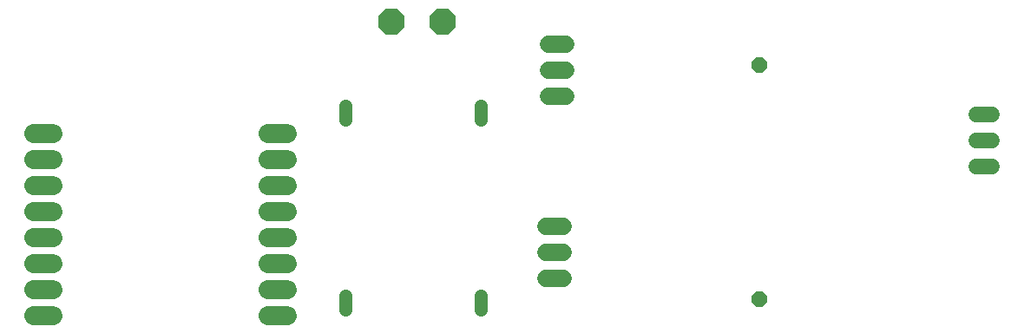
<source format=gbl>
G75*
%MOIN*%
%OFA0B0*%
%FSLAX25Y25*%
%IPPOS*%
%LPD*%
%AMOC8*
5,1,8,0,0,1.08239X$1,22.5*
%
%ADD10OC8,0.10000*%
%ADD11C,0.05150*%
%ADD12C,0.07200*%
%ADD13C,0.06600*%
%ADD14C,0.06000*%
%ADD15OC8,0.06000*%
D10*
X0433657Y0358969D03*
X0453343Y0358969D03*
D11*
X0468000Y0326575D02*
X0468000Y0321425D01*
X0416000Y0321425D02*
X0416000Y0326575D01*
X0416000Y0253575D02*
X0416000Y0248425D01*
X0468000Y0248425D02*
X0468000Y0253575D01*
D12*
X0303600Y0246000D02*
X0296400Y0246000D01*
X0296400Y0256000D02*
X0303600Y0256000D01*
X0303600Y0266000D02*
X0296400Y0266000D01*
X0296400Y0276000D02*
X0303600Y0276000D01*
X0303600Y0286000D02*
X0296400Y0286000D01*
X0296400Y0296000D02*
X0303600Y0296000D01*
X0303600Y0306000D02*
X0296400Y0306000D01*
X0296400Y0316000D02*
X0303600Y0316000D01*
X0386400Y0316000D02*
X0393600Y0316000D01*
X0393600Y0306000D02*
X0386400Y0306000D01*
X0386400Y0296000D02*
X0393600Y0296000D01*
X0393600Y0286000D02*
X0386400Y0286000D01*
X0386400Y0276000D02*
X0393600Y0276000D01*
X0393600Y0266000D02*
X0386400Y0266000D01*
X0386400Y0256000D02*
X0393600Y0256000D01*
X0393600Y0246000D02*
X0386400Y0246000D01*
D13*
X0493200Y0260500D02*
X0499800Y0260500D01*
X0499800Y0270500D02*
X0493200Y0270500D01*
X0493200Y0280500D02*
X0499800Y0280500D01*
X0500800Y0330500D02*
X0494200Y0330500D01*
X0494200Y0340500D02*
X0500800Y0340500D01*
X0500800Y0350500D02*
X0494200Y0350500D01*
D14*
X0658500Y0323500D02*
X0664500Y0323500D01*
X0664500Y0313500D02*
X0658500Y0313500D01*
X0658500Y0303500D02*
X0664500Y0303500D01*
D15*
X0575000Y0342500D03*
X0575000Y0252500D03*
M02*

</source>
